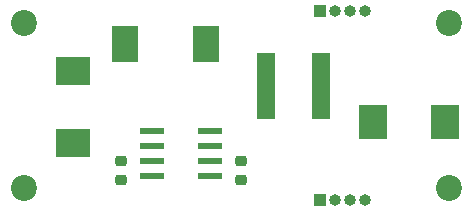
<source format=gts>
%TF.GenerationSoftware,KiCad,Pcbnew,(6.99.0)*%
%TF.CreationDate,2023-03-13T14:24:00-07:00*%
%TF.ProjectId,emg-voltage-regulator,656d672d-766f-46c7-9461-67652d726567,rev?*%
%TF.SameCoordinates,Original*%
%TF.FileFunction,Soldermask,Top*%
%TF.FilePolarity,Negative*%
%FSLAX46Y46*%
G04 Gerber Fmt 4.6, Leading zero omitted, Abs format (unit mm)*
G04 Created by KiCad (PCBNEW (6.99.0)) date 2023-03-13 14:24:00*
%MOMM*%
%LPD*%
G01*
G04 APERTURE LIST*
G04 Aperture macros list*
%AMRoundRect*
0 Rectangle with rounded corners*
0 $1 Rounding radius*
0 $2 $3 $4 $5 $6 $7 $8 $9 X,Y pos of 4 corners*
0 Add a 4 corners polygon primitive as box body*
4,1,4,$2,$3,$4,$5,$6,$7,$8,$9,$2,$3,0*
0 Add four circle primitives for the rounded corners*
1,1,$1+$1,$2,$3*
1,1,$1+$1,$4,$5*
1,1,$1+$1,$6,$7*
1,1,$1+$1,$8,$9*
0 Add four rect primitives between the rounded corners*
20,1,$1+$1,$2,$3,$4,$5,0*
20,1,$1+$1,$4,$5,$6,$7,0*
20,1,$1+$1,$6,$7,$8,$9,0*
20,1,$1+$1,$8,$9,$2,$3,0*%
G04 Aperture macros list end*
%ADD10C,2.200000*%
%ADD11RoundRect,0.225000X-0.250000X0.225000X-0.250000X-0.225000X0.250000X-0.225000X0.250000X0.225000X0*%
%ADD12R,2.400000X2.900000*%
%ADD13RoundRect,0.041300X-0.943700X-0.253700X0.943700X-0.253700X0.943700X0.253700X-0.943700X0.253700X0*%
%ADD14R,1.600000X5.700000*%
%ADD15R,1.000000X1.000000*%
%ADD16O,1.000000X1.000000*%
%ADD17R,2.900000X2.400000*%
%ADD18R,2.250000X3.120000*%
%ADD19RoundRect,0.225000X0.250000X-0.225000X0.250000X0.225000X-0.250000X0.225000X-0.250000X-0.225000X0*%
G04 APERTURE END LIST*
D10*
%TO.C,H4*%
X39000000Y-3000000D03*
%TD*%
D11*
%TO.C,C2*%
X21336000Y-14719000D03*
X21336000Y-16269000D03*
%TD*%
D10*
%TO.C,H2*%
X39000000Y-17000000D03*
%TD*%
D12*
%TO.C,C1*%
X32510000Y-11430000D03*
X38610000Y-11430000D03*
%TD*%
D13*
%TO.C,U1*%
X13781000Y-12192000D03*
X13781000Y-13462000D03*
X13781000Y-14732000D03*
X13781000Y-16002000D03*
X18731000Y-16002000D03*
X18731000Y-14732000D03*
X18731000Y-13462000D03*
X18731000Y-12192000D03*
%TD*%
D14*
%TO.C,L1*%
X23431000Y-8382000D03*
X28131000Y-8382000D03*
%TD*%
D15*
%TO.C,J2*%
X28000000Y-2000000D03*
D16*
X29270000Y-2000000D03*
X30540000Y-2000000D03*
X31810000Y-2000000D03*
%TD*%
D10*
%TO.C,H3*%
X3000000Y-3000000D03*
%TD*%
%TO.C,H1*%
X3000000Y-17000000D03*
%TD*%
D17*
%TO.C,C4*%
X7112000Y-13210000D03*
X7112000Y-7110000D03*
%TD*%
D15*
%TO.C,J1*%
X28000000Y-18000000D03*
D16*
X29270000Y-18000000D03*
X30540000Y-18000000D03*
X31810000Y-18000000D03*
%TD*%
D18*
%TO.C,D1*%
X11512500Y-4826000D03*
X18422500Y-4826000D03*
%TD*%
D19*
%TO.C,C3*%
X11176000Y-16269000D03*
X11176000Y-14719000D03*
%TD*%
M02*

</source>
